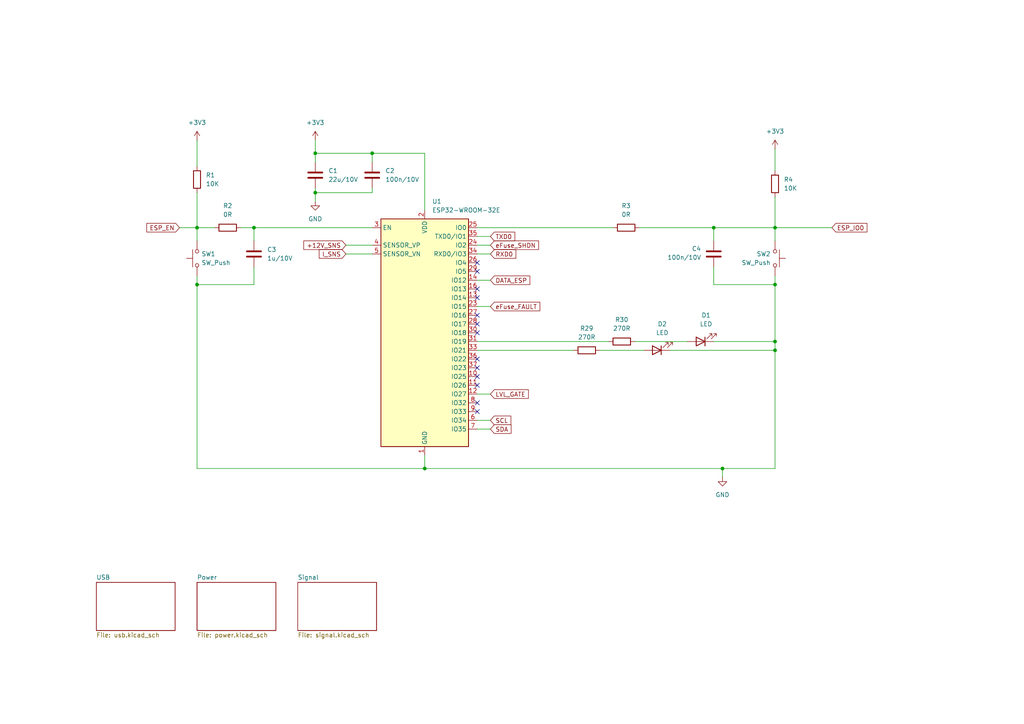
<source format=kicad_sch>
(kicad_sch (version 20250114) (generator "eeschema") (generator_version "9.0")
  (paper "A4")
  (title_block (title "LED stand lampe controller") (rev "2.0"))
  (lib_symbols
    (symbol "Device:C" (pin_numbers (hide yes)) (pin_names (offset 0.254))
      (property "Reference" "C" (at 0.635 2.54 0))
      (property "Value" "C" (at 0.635 -2.54 0))
      (symbol "C_0_1"
        (polyline (pts (xy -2.032 0.762) (xy 2.032 0.762)) (stroke (width 0.508)))
        (polyline (pts (xy -2.032 -0.762) (xy 2.032 -0.762)) (stroke (width 0.508)))
      )
      (symbol "C_1_1"
        (pin passive line (at 0 3.81 270) (length 2.794) (name "~") (number "1"))
        (pin passive line (at 0 -3.81 90) (length 2.794) (name "~") (number "2"))
      )
    )
    (symbol "Device:LED" (pin_numbers (hide yes)) (pin_names (offset 1.016) (hide yes))
      (property "Reference" "D" (at 0 2.54 0))
      (property "Value" "LED" (at 0 -2.54 0))
      (symbol "LED_0_1"
        (polyline (pts (xy -3.048 -0.762) (xy -4.572 -2.286) (xy -3.81 -2.286) (xy -4.572 -2.286) (xy -4.572 -1.524)))
        (polyline (pts (xy -1.778 -0.762) (xy -3.302 -2.286) (xy -2.54 -2.286) (xy -3.302 -2.286) (xy -3.302 -1.524)))
        (polyline (pts (xy -1.27 0) (xy 1.27 0)))
        (polyline (pts (xy -1.27 -1.27) (xy -1.27 1.27)) (stroke (width 0.254)))
        (polyline (pts (xy 1.27 -1.27) (xy 1.27 1.27) (xy -1.27 0) (xy 1.27 -1.27)) (stroke (width 0.254)))
      )
      (symbol "LED_1_1"
        (pin passive line (at -3.81 0 0) (length 2.54) (name "K") (number "1"))
        (pin passive line (at 3.81 0 180) (length 2.54) (name "A") (number "2"))
      )
    )
    (symbol "Device:R" (pin_numbers (hide yes)) (pin_names (offset 0))
      (property "Reference" "R" (at 2.032 0 90))
      (property "Value" "R" (at 0 0 90))
      (symbol "R_0_1"
        (rectangle (start -1.016 -2.54) (end 1.016 2.54) (stroke (width 0.254)))
      )
      (symbol "R_1_1"
        (pin passive line (at 0 3.81 270) (length 1.27) (name "~") (number "1"))
        (pin passive line (at 0 -3.81 90) (length 1.27) (name "~") (number "2"))
      )
    )
    (symbol "RF_Module:ESP32-WROOM-32E"
      (property "Reference" "U" (at -12.7 34.29 0))
      (property "Value" "ESP32-WROOM-32E" (at 1.27 34.29 0))
      (symbol "ESP32-WROOM-32E_0_1"
        (rectangle (start -12.7 33.02) (end 12.7 -33.02) (stroke (width 0.254)) (fill (type background)))
      )
      (symbol "ESP32-WROOM-32E_1_1"
        (pin input line (at -15.24 30.48 0) (length 2.54) (name "EN") (number "3"))
        (pin input line (at -15.24 25.4 0) (length 2.54) (name "SENSOR_VP") (number "4"))
        (pin input line (at -15.24 22.86 0) (length 2.54) (name "SENSOR_VN") (number "5"))
        (pin no_connect line (at -12.7 0 0) (length 2.54) (hide yes) (name "NC") (number "21"))
        (pin no_connect line (at -12.7 -2.54 0) (length 2.54) (hide yes) (name "NC") (number "22"))
        (pin no_connect line (at -12.7 -5.08 0) (length 2.54) (hide yes) (name "NC") (number "17"))
        (pin no_connect line (at -12.7 -7.62 0) (length 2.54) (hide yes) (name "NC") (number "18"))
        (pin no_connect line (at -12.7 -10.16 0) (length 2.54) (hide yes) (name "NC") (number "20"))
        (pin no_connect line (at -12.7 -12.7 0) (length 2.54) (hide yes) (name "NC") (number "19"))
        (pin no_connect line (at -12.7 -27.94 0) (length 2.54) (hide yes) (name "NC") (number "32"))
        (pin power_in line (at 0 35.56 270) (length 2.54) (name "VDD") (number "2"))
        (pin power_in line (at 0 -35.56 90) (length 2.54) (name "GND") (number "1"))
        (pin passive line (at 0 -35.56 90) (length 2.54) (hide yes) (name "GND") (number "15"))
        (pin passive line (at 0 -35.56 90) (length 2.54) (hide yes) (name "GND") (number "38"))
        (pin passive line (at 0 -35.56 90) (length 2.54) (hide yes) (name "GND") (number "39"))
        (pin bidirectional line (at 15.24 30.48 180) (length 2.54) (name "IO0") (number "25"))
        (pin bidirectional line (at 15.24 27.94 180) (length 2.54) (name "TXD0/IO1") (number "35"))
        (pin bidirectional line (at 15.24 25.4 180) (length 2.54) (name "IO2") (number "24"))
        (pin bidirectional line (at 15.24 22.86 180) (length 2.54) (name "RXD0/IO3") (number "34"))
        (pin bidirectional line (at 15.24 20.32 180) (length 2.54) (name "IO4") (number "26"))
        (pin bidirectional line (at 15.24 17.78 180) (length 2.54) (name "IO5") (number "29"))
        (pin bidirectional line (at 15.24 15.24 180) (length 2.54) (name "IO12") (number "14"))
        (pin bidirectional line (at 15.24 12.7 180) (length 2.54) (name "IO13") (number "16"))
        (pin bidirectional line (at 15.24 10.16 180) (length 2.54) (name "IO14") (number "13"))
        (pin bidirectional line (at 15.24 7.62 180) (length 2.54) (name "IO15") (number "23"))
        (pin bidirectional line (at 15.24 5.08 180) (length 2.54) (name "IO16") (number "27"))
        (pin bidirectional line (at 15.24 2.54 180) (length 2.54) (name "IO17") (number "28"))
        (pin bidirectional line (at 15.24 0 180) (length 2.54) (name "IO18") (number "30"))
        (pin bidirectional line (at 15.24 -2.54 180) (length 2.54) (name "IO19") (number "31"))
        (pin bidirectional line (at 15.24 -5.08 180) (length 2.54) (name "IO21") (number "33"))
        (pin bidirectional line (at 15.24 -7.62 180) (length 2.54) (name "IO22") (number "36"))
        (pin bidirectional line (at 15.24 -10.16 180) (length 2.54) (name "IO23") (number "37"))
        (pin bidirectional line (at 15.24 -12.7 180) (length 2.54) (name "IO25") (number "10"))
        (pin bidirectional line (at 15.24 -15.24 180) (length 2.54) (name "IO26") (number "11"))
        (pin bidirectional line (at 15.24 -17.78 180) (length 2.54) (name "IO27") (number "12"))
        (pin bidirectional line (at 15.24 -20.32 180) (length 2.54) (name "IO32") (number "8"))
        (pin bidirectional line (at 15.24 -22.86 180) (length 2.54) (name "IO33") (number "9"))
        (pin input line (at 15.24 -25.4 180) (length 2.54) (name "IO34") (number "6"))
        (pin input line (at 15.24 -27.94 180) (length 2.54) (name "IO35") (number "7"))
      )
    )
    (symbol "Switch:SW_Push" (pin_numbers (hide yes)) (pin_names (offset 1.016) (hide yes))
      (property "Reference" "SW" (at 1.27 2.54 0))
      (property "Value" "SW_Push" (at 0 -1.524 0))
      (symbol "SW_Push_0_1"
        (circle (center -2.032 0) (radius 0.508))
        (polyline (pts (xy 0 1.27) (xy 0 3.048)))
        (circle (center 2.032 0) (radius 0.508))
        (polyline (pts (xy 2.54 1.27) (xy -2.54 1.27)))
        (pin passive line (at -5.08 0 0) (length 2.54) (name "1") (number "1"))
        (pin passive line (at 5.08 0 180) (length 2.54) (name "2") (number "2"))
      )
    )
    (symbol "power:+3V3" (power) (pin_numbers (hide yes)) (pin_names (offset 0) (hide yes))
      (property "Value" "+3V3" (at 0 3.556 0))
      (symbol "+3V3_0_1"
        (polyline (pts (xy -0.762 1.27) (xy 0 2.54)))
        (polyline (pts (xy 0 2.54) (xy 0.762 1.27)))
        (polyline (pts (xy 0 0) (xy 0 2.54)))
      )
      (symbol "+3V3_1_1"
        (pin power_in line (at 0 0 90) (length 0) (name "~") (number "1"))
      )
    )
    (symbol "power:GND" (power) (pin_numbers (hide yes)) (pin_names (offset 0) (hide yes))
      (property "Value" "GND" (at 0 -3.81 0))
      (symbol "GND_0_1"
        (polyline (pts (xy 0 0) (xy 0 -1.27) (xy 1.27 -1.27) (xy 0 -2.54) (xy -1.27 -1.27) (xy 0 -1.27)))
      )
      (symbol "GND_1_1"
        (pin power_in line (at 0 0 270) (length 0) (name "~") (number "1"))
      )
    )
  )
  (junction (at 224.79 66.04))
  (junction (at 224.79 82.55))
  (junction (at 224.79 99.06))
  (junction (at 207.01 66.04))
  (junction (at 73.66 66.04))
  (junction (at 57.15 82.55))
  (junction (at 57.15 66.04))
  (junction (at 91.44 44.45))
  (junction (at 224.79 101.6))
  (junction (at 91.44 55.88))
  (junction (at 123.19 135.89))
  (junction (at 209.55 135.89))
  (junction (at 107.95 44.45))
  (no_connect (at 138.43 83.82))
  (no_connect (at 138.43 111.76))
  (no_connect (at 138.43 106.68))
  (no_connect (at 138.43 109.22))
  (no_connect (at 138.43 86.36))
  (no_connect (at 138.43 116.84))
  (no_connect (at 138.43 93.98))
  (no_connect (at 138.43 96.52))
  (no_connect (at 138.43 76.2))
  (no_connect (at 138.43 91.44))
  (no_connect (at 138.43 104.14))
  (no_connect (at 138.43 119.38))
  (no_connect (at 138.43 78.74))
  (wire (pts (xy 224.79 135.89) (xy 209.55 135.89)))
  (wire (pts (xy 173.99 101.6) (xy 186.69 101.6)))
  (wire (pts (xy 138.43 81.28) (xy 142.24 81.28)))
  (wire (pts (xy 138.43 124.46) (xy 142.24 124.46)))
  (wire (pts (xy 138.43 101.6) (xy 166.37 101.6)))
  (wire (pts (xy 224.79 82.55) (xy 224.79 99.06)))
  (wire (pts (xy 207.01 66.04) (xy 224.79 66.04)))
  (wire (pts (xy 107.95 44.45) (xy 123.19 44.45)))
  (wire (pts (xy 73.66 77.47) (xy 73.66 82.55)))
  (wire (pts (xy 185.42 66.04) (xy 207.01 66.04)))
  (wire (pts (xy 91.44 55.88) (xy 107.95 55.88)))
  (wire (pts (xy 57.15 82.55) (xy 73.66 82.55)))
  (wire (pts (xy 73.66 66.04) (xy 69.85 66.04)))
  (wire (pts (xy 73.66 66.04) (xy 107.95 66.04)))
  (wire (pts (xy 224.79 57.15) (xy 224.79 66.04)))
  (wire (pts (xy 207.01 82.55) (xy 224.79 82.55)))
  (wire (pts (xy 138.43 121.92) (xy 142.24 121.92)))
  (wire (pts (xy 62.23 66.04) (xy 57.15 66.04)))
  (wire (pts (xy 57.15 135.89) (xy 123.19 135.89)))
  (wire (pts (xy 107.95 55.88) (xy 107.95 54.61)))
  (wire (pts (xy 91.44 55.88) (xy 91.44 54.61)))
  (wire (pts (xy 57.15 55.88) (xy 57.15 66.04)))
  (wire (pts (xy 52.07 66.04) (xy 57.15 66.04)))
  (wire (pts (xy 209.55 135.89) (xy 209.55 138.43)))
  (wire (pts (xy 123.19 60.96) (xy 123.19 44.45)))
  (wire (pts (xy 138.43 99.06) (xy 176.53 99.06)))
  (wire (pts (xy 91.44 44.45) (xy 107.95 44.45)))
  (wire (pts (xy 91.44 46.99) (xy 91.44 44.45)))
  (wire (pts (xy 100.33 73.66) (xy 107.95 73.66)))
  (wire (pts (xy 184.15 99.06) (xy 199.39 99.06)))
  (wire (pts (xy 207.01 77.47) (xy 207.01 82.55)))
  (wire (pts (xy 207.01 99.06) (xy 224.79 99.06)))
  (wire (pts (xy 207.01 66.04) (xy 207.01 69.85)))
  (wire (pts (xy 138.43 68.58) (xy 142.24 68.58)))
  (wire (pts (xy 224.79 66.04) (xy 224.79 69.85)))
  (wire (pts (xy 138.43 71.12) (xy 142.24 71.12)))
  (wire (pts (xy 224.79 43.18) (xy 224.79 49.53)))
  (wire (pts (xy 57.15 66.04) (xy 57.15 69.85)))
  (wire (pts (xy 91.44 55.88) (xy 91.44 58.42)))
  (wire (pts (xy 224.79 80.01) (xy 224.79 82.55)))
  (wire (pts (xy 224.79 66.04) (xy 241.3 66.04)))
  (wire (pts (xy 138.43 66.04) (xy 177.8 66.04)))
  (wire (pts (xy 57.15 80.01) (xy 57.15 82.55)))
  (wire (pts (xy 138.43 114.3) (xy 142.24 114.3)))
  (wire (pts (xy 91.44 40.64) (xy 91.44 44.45)))
  (wire (pts (xy 224.79 101.6) (xy 224.79 135.89)))
  (wire (pts (xy 73.66 66.04) (xy 73.66 69.85)))
  (wire (pts (xy 100.33 71.12) (xy 107.95 71.12)))
  (wire (pts (xy 224.79 99.06) (xy 224.79 101.6)))
  (wire (pts (xy 57.15 82.55) (xy 57.15 135.89)))
  (wire (pts (xy 107.95 46.99) (xy 107.95 44.45)))
  (wire (pts (xy 123.19 135.89) (xy 209.55 135.89)))
  (wire (pts (xy 138.43 88.9) (xy 142.24 88.9)))
  (wire (pts (xy 57.15 40.64) (xy 57.15 48.26)))
  (wire (pts (xy 138.43 73.66) (xy 142.24 73.66)))
  (wire (pts (xy 123.19 132.08) (xy 123.19 135.89)))
  (wire (pts (xy 194.31 101.6) (xy 224.79 101.6)))
  (global_label "eFuse_FAULT" (shape input) (at 142.24 88.9 0) (property "Intersheetrefs" "${INTERSHEET_REFS}" (effects (hide yes))))
  (global_label "SDA" (shape input) (at 142.24 124.46 0) (property "Intersheetrefs" "${INTERSHEET_REFS}" (effects (hide yes))))
  (global_label "LVL_GATE" (shape input) (at 142.24 114.3 0) (property "Intersheetrefs" "${INTERSHEET_REFS}" (effects (hide yes))))
  (global_label "RXD0" (shape input) (at 142.24 73.66 0) (property "Intersheetrefs" "${INTERSHEET_REFS}" (effects (hide yes))))
  (global_label "DATA_ESP" (shape input) (at 142.24 81.28 0) (property "Intersheetrefs" "${INTERSHEET_REFS}" (effects (hide yes))))
  (global_label "SCL" (shape input) (at 142.24 121.92 0) (property "Intersheetrefs" "${INTERSHEET_REFS}" (effects (hide yes))))
  (global_label "ESP_IO0" (shape input) (at 241.3 66.04 0) (property "Intersheetrefs" "${INTERSHEET_REFS}" (effects (hide yes))))
  (global_label "+12V_SNS" (shape input) (at 100.33 71.12 180) (property "Intersheetrefs" "${INTERSHEET_REFS}" (effects (hide yes))))
  (global_label "I_SNS" (shape input) (at 100.33 73.66 180) (property "Intersheetrefs" "${INTERSHEET_REFS}" (effects (hide yes))))
  (global_label "ESP_EN" (shape input) (at 52.07 66.04 180) (property "Intersheetrefs" "${INTERSHEET_REFS}" (effects (hide yes))))
  (global_label "TXD0" (shape input) (at 142.24 68.58 0) (property "Intersheetrefs" "${INTERSHEET_REFS}" (effects (hide yes))))
  (global_label "eFuse_SHDN" (shape input) (at 142.24 71.12 0) (property "Intersheetrefs" "${INTERSHEET_REFS}" (effects (hide yes))))
  (symbol (lib_id "power:+3V3") (at 57.15 40.64 0) (unit 1)
    (property "Reference" "#PWR03" (effects (hide yes)))
    (property "Value" "+3V3" (at 57.15 35.56 0))
    (property "Description" "Power symbol creates a global label with name \"+3V3\"" (effects (hide yes)))
  )
  (symbol (lib_id "RF_Module:ESP32-WROOM-32E") (at 123.19 96.52 0) (unit 1)
    (property "Reference" "U1" (at 125.3333 58.42 0) (effects (justify left)))
    (property "Value" "ESP32-WROOM-32E" (at 125.3333 60.96 0) (effects (justify left)))
    (property "Footprint" "RF_Module:ESP32-WROOM-32D" (effects (hide yes)))
    (property "Datasheet" "https://www.espressif.com/sites/default/files/documentation/esp32-wroom-32e_esp32-wroom-32ue_datasheet_en.pdf" (effects (hide yes)))
    (property "Description" "RF Module, ESP32-D0WD-V3 SoC, without PSRAM, Wi-Fi 802.11b/g/n, Bluetooth, BLE, 32-bit, 2.7-3.6V, onboard antenna, SMD" (effects (hide yes)))
  )
  (symbol (lib_id "power:+3V3") (at 91.44 40.64 0) (unit 1)
    (property "Reference" "#PWR01" (effects (hide yes)))
    (property "Value" "+3V3" (at 91.44 35.56 0))
    (property "Description" "Power symbol creates a global label with name \"+3V3\"" (effects (hide yes)))
  )
  (symbol (lib_id "Device:R") (at 180.34 99.06 270) (unit 1)
    (property "Reference" "R30" (at 180.34 92.71 90))
    (property "Value" "270R" (at 180.34 95.25 90))
    (property "Footprint" "Resistor_SMD:R_0603_1608Metric" (effects (hide yes)))
    (property "Description" "Resistor" (effects (hide yes)))
    (property "ID" "s.nikoubin" (effects (hide yes)))
  )
  (symbol (lib_id "Device:LED") (at 190.5 101.6 180) (unit 1)
    (property "Reference" "D2" (at 192.0875 93.98 0))
    (property "Value" "LED" (at 192.0875 96.52 0))
    (property "Description" "Light emitting diode" (effects (hide yes)))
    (property "Sim.Pins" "1=K 2=A" (effects (hide yes)))
  )
  (symbol (lib_id "Switch:SW_Push") (at 57.15 74.93 90) (unit 1)
    (property "Reference" "SW1" (at 58.42 73.6599 90) (effects (justify right)))
    (property "Value" "SW_Push" (at 58.42 76.1999 90) (effects (justify right)))
    (property "Footprint" "Button_Switch_SMD:SW_Push_1P1T_NO_CK_KMR2" (effects (hide yes)))
    (property "Description" "Push button switch, generic, two pins" (effects (hide yes)))
    (property "MPN" "611-KMR231NGLFS" (effects (hide yes)))
    (property "ID" "s.nikoubin" (effects (hide yes)))
  )
  (symbol (lib_id "Device:R") (at 181.61 66.04 90) (unit 1)
    (property "Reference" "R3" (at 181.61 59.69 90))
    (property "Value" "0R" (at 181.61 62.23 90))
    (property "Footprint" "Resistor_SMD:R_0603_1608Metric" (effects (hide yes)))
    (property "Description" "Resistor" (effects (hide yes)))
  )
  (symbol (lib_id "Device:R") (at 57.15 52.07 0) (unit 1)
    (property "Reference" "R1" (at 59.69 50.7999 0) (effects (justify left)))
    (property "Value" "10K" (at 59.69 53.3399 0) (effects (justify left)))
    (property "Footprint" "Resistor_SMD:R_0603_1608Metric" (effects (hide yes)))
    (property "Description" "Resistor" (effects (hide yes)))
  )
  (symbol (lib_id "Device:C") (at 91.44 50.8 0) (unit 1)
    (property "Reference" "C1" (at 95.25 49.5299 0) (effects (justify left)))
    (property "Value" "22u/10V" (at 95.25 52.0699 0) (effects (justify left)))
    (property "Footprint" "Capacitor_SMD:C_0603_1608Metric" (effects (hide yes)))
    (property "Description" "Unpolarized capacitor" (effects (hide yes)))
  )
  (symbol (lib_id "Device:C") (at 107.95 50.8 0) (unit 1)
    (property "Reference" "C2" (at 111.76 49.5299 0) (effects (justify left)))
    (property "Value" "100n/10V" (at 111.76 52.0699 0) (effects (justify left)))
    (property "Footprint" "Capacitor_SMD:C_0603_1608Metric" (effects (hide yes)))
    (property "Description" "Unpolarized capacitor" (effects (hide yes)))
  )
  (symbol (lib_id "Device:LED") (at 203.2 99.06 180) (unit 1)
    (property "Reference" "D1" (at 204.7875 91.44 0))
    (property "Value" "LED" (at 204.7875 93.98 0))
    (property "Description" "Light emitting diode" (effects (hide yes)))
    (property "Sim.Pins" "1=K 2=A" (effects (hide yes)))
  )
  (symbol (lib_id "Device:C") (at 207.01 73.66 0) (unit 1)
    (property "Reference" "C4" (at 200.66 72.136 0) (effects (justify left)))
    (property "Value" "100n/10V" (at 193.548 74.676 0) (effects (justify left)))
    (property "Footprint" "Capacitor_SMD:C_0603_1608Metric" (effects (hide yes)))
    (property "Description" "Unpolarized capacitor" (effects (hide yes)))
  )
  (symbol (lib_id "Device:R") (at 170.18 101.6 90) (unit 1)
    (property "Reference" "R29" (at 170.18 95.25 90))
    (property "Value" "270R" (at 170.18 97.79 90))
    (property "Footprint" "Resistor_SMD:R_0603_1608Metric" (effects (hide yes)))
    (property "Description" "Resistor" (effects (hide yes)))
    (property "ID" "s.nikoubin" (effects (hide yes)))
  )
  (symbol (lib_id "power:+3V3") (at 224.79 43.18 0) (unit 1)
    (property "Reference" "#PWR06" (effects (hide yes)))
    (property "Value" "+3V3" (at 224.79 38.1 0))
    (property "Description" "Power symbol creates a global label with name \"+3V3\"" (effects (hide yes)))
  )
  (symbol (lib_id "power:GND") (at 209.55 138.43 0) (unit 1)
    (property "Reference" "#PWR08" (effects (hide yes)))
    (property "Value" "GND" (at 209.55 143.51 0))
    (property "Description" "Power symbol creates a global label with name \"GND\" , ground" (effects (hide yes)))
  )
  (symbol (lib_id "Device:C") (at 73.66 73.66 0) (unit 1)
    (property "Reference" "C3" (at 77.47 72.3899 0) (effects (justify left)))
    (property "Value" "1u/10V" (at 77.47 74.9299 0) (effects (justify left)))
    (property "Footprint" "Capacitor_SMD:C_0603_1608Metric" (effects (hide yes)))
    (property "Description" "Unpolarized capacitor" (effects (hide yes)))
  )
  (symbol (lib_id "Device:R") (at 66.04 66.04 90) (unit 1)
    (property "Reference" "R2" (at 66.04 59.69 90))
    (property "Value" "0R" (at 66.04 62.23 90))
    (property "Footprint" "Resistor_SMD:R_0603_1608Metric" (effects (hide yes)))
    (property "Description" "Resistor" (effects (hide yes)))
  )
  (symbol (lib_id "Device:R") (at 224.79 53.34 0) (unit 1)
    (property "Reference" "R4" (at 227.33 52.0699 0) (effects (justify left)))
    (property "Value" "10K" (at 227.33 54.6099 0) (effects (justify left)))
    (property "Footprint" "Resistor_SMD:R_0603_1608Metric" (effects (hide yes)))
    (property "Description" "Resistor" (effects (hide yes)))
  )
  (symbol (lib_id "power:GND") (at 91.44 58.42 0) (unit 1)
    (property "Reference" "#PWR02" (effects (hide yes)))
    (property "Value" "GND" (at 91.44 63.5 0))
    (property "Description" "Power symbol creates a global label with name \"GND\" , ground" (effects (hide yes)))
  )
  (symbol (lib_id "Switch:SW_Push") (at 224.79 74.93 270) (mirror x) (unit 1)
    (property "Reference" "SW2" (at 223.52 73.6599 90) (effects (justify right)))
    (property "Value" "SW_Push" (at 223.52 76.1999 90) (effects (justify right)))
    (property "Footprint" "Button_Switch_SMD:SW_Push_1P1T_NO_CK_KMR2" (effects (hide yes)))
    (property "Description" "Push button switch, generic, two pins" (effects (hide yes)))
    (property "MPN" "611-KMR231NGLFS" (effects (hide yes)))
    (property "ID" "s.nikoubin" (effects (hide yes)))
  )
  (sheet (at 27.94 168.91) (size 22.86 13.97) (stroke (width 0.1524))
    (property "Sheetname" "USB" (at 27.94 168.1984 0) (effects (justify left bottom)))
    (property "Sheetfile" "usb.kicad_sch" (at 27.94 183.4646 0) (effects (justify left top)))
  )
  (sheet (at 86.36 168.91) (size 22.86 13.97) (stroke (width 0.1524))
    (property "Sheetname" "Signal" (at 86.36 168.1984 0) (effects (justify left bottom)))
    (property "Sheetfile" "signal.kicad_sch" (at 86.36 183.4646 0) (effects (justify left top)))
  )
  (sheet (at 57.15 168.91) (size 22.86 13.97) (stroke (width 0.1524))
    (property "Sheetname" "Power" (at 57.15 168.1984 0) (effects (justify left bottom)))
    (property "Sheetfile" "power.kicad_sch" (at 57.15 183.4646 0) (effects (justify left top)))
  )
)
</source>
